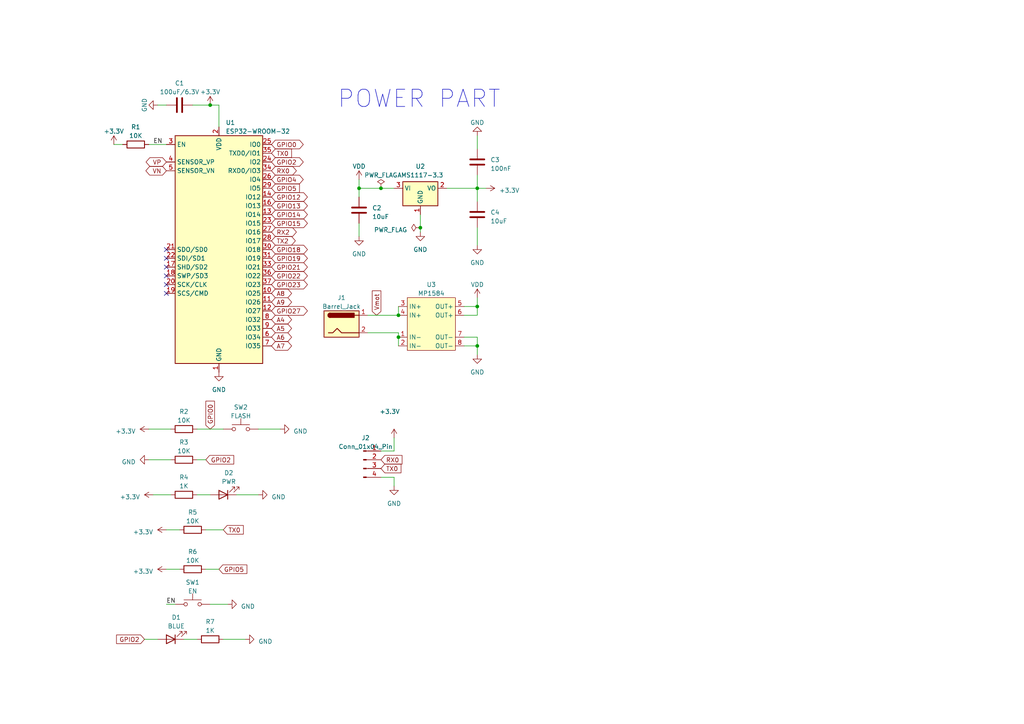
<source format=kicad_sch>
(kicad_sch (version 20230121) (generator eeschema)
  (paper "A4")
  (lib_symbols
    (symbol "Connector:Barrel_Jack" (pin_names (offset 1.016))
      (property "Reference" "J" (at 0 5.334 0))
      (property "Value" "Barrel_Jack" (at 0 -5.08 0))
      (symbol "Barrel_Jack_0_1"
        (rectangle (start -5.08 3.81) (end 5.08 -3.81) (stroke (width 0.254)) (fill (type background)))
        (arc (start -3.302 3.175) (mid -3.9343 2.54) (end -3.302 1.905) (stroke (width 0.254)))
        (arc (start -3.302 3.175) (mid -3.9343 2.54) (end -3.302 1.905) (stroke (width 0.254)) (fill (type outline)))
        (polyline (pts (xy 5.08 2.54) (xy 3.81 2.54)) (stroke (width 0.254)))
        (polyline (pts (xy -3.81 -2.54) (xy -2.54 -2.54) (xy -1.27 -1.27) (xy 0 -2.54) (xy 2.54 -2.54) (xy 5.08 -2.54)) (stroke (width 0.254)))
        (rectangle (start 3.683 3.175) (end -3.302 1.905) (stroke (width 0.254)) (fill (type outline)))
      )
      (symbol "Barrel_Jack_1_1"
        (pin passive line (at 7.62 2.54 180) (length 2.54) (name "~") (number "1"))
        (pin passive line (at 7.62 -2.54 180) (length 2.54) (name "~") (number "2"))
      )
    )
    (symbol "Connector:Conn_01x04_Pin" (pin_names (offset 1.016) hide)
      (property "Reference" "J" (at 0 5.08 0))
      (property "Value" "Conn_01x04_Pin" (at 0 -7.62 0))
      (symbol "Conn_01x04_Pin_1_1"
        (polyline (pts (xy 1.27 -5.08) (xy 0.8636 -5.08)) (stroke (width 0.1524)))
        (polyline (pts (xy 1.27 -2.54) (xy 0.8636 -2.54)) (stroke (width 0.1524)))
        (polyline (pts (xy 1.27 0) (xy 0.8636 0)) (stroke (width 0.1524)))
        (polyline (pts (xy 1.27 2.54) (xy 0.8636 2.54)) (stroke (width 0.1524)))
        (rectangle (start 0.8636 -4.953) (end 0 -5.207) (stroke (width 0.1524)) (fill (type outline)))
        (rectangle (start 0.8636 -2.413) (end 0 -2.667) (stroke (width 0.1524)) (fill (type outline)))
        (rectangle (start 0.8636 0.127) (end 0 -0.127) (stroke (width 0.1524)) (fill (type outline)))
        (rectangle (start 0.8636 2.667) (end 0 2.413) (stroke (width 0.1524)) (fill (type outline)))
        (pin passive line (at 5.08 2.54 180) (length 3.81) (name "Pin_1") (number "1"))
        (pin passive line (at 5.08 0 180) (length 3.81) (name "Pin_2") (number "2"))
        (pin passive line (at 5.08 -2.54 180) (length 3.81) (name "Pin_3") (number "3"))
        (pin passive line (at 5.08 -5.08 180) (length 3.81) (name "Pin_4") (number "4"))
      )
    )
    (symbol "Device:C" (pin_numbers hide) (pin_names (offset 0.254))
      (property "Reference" "C" (at 0.635 2.54 0))
      (property "Value" "C" (at 0.635 -2.54 0))
      (symbol "C_0_1"
        (polyline (pts (xy -2.032 -0.762) (xy 2.032 -0.762)) (stroke (width 0.508)))
        (polyline (pts (xy -2.032 0.762) (xy 2.032 0.762)) (stroke (width 0.508)))
      )
      (symbol "C_1_1"
        (pin passive line (at 0 3.81 270) (length 2.794) (name "~") (number "1"))
        (pin passive line (at 0 -3.81 90) (length 2.794) (name "~") (number "2"))
      )
    )
    (symbol "Device:LED" (pin_numbers hide) (pin_names (offset 1.016) hide)
      (property "Reference" "D" (at 0 2.54 0))
      (property "Value" "LED" (at 0 -2.54 0))
      (symbol "LED_0_1"
        (polyline (pts (xy -1.27 -1.27) (xy -1.27 1.27)) (stroke (width 0.254)))
        (polyline (pts (xy -1.27 0) (xy 1.27 0)))
        (polyline (pts (xy 1.27 -1.27) (xy 1.27 1.27) (xy -1.27 0) (xy 1.27 -1.27)) (stroke (width 0.254)))
        (polyline (pts (xy -3.048 -0.762) (xy -4.572 -2.286) (xy -3.81 -2.286) (xy -4.572 -2.286) (xy -4.572 -1.524)))
        (polyline (pts (xy -1.778 -0.762) (xy -3.302 -2.286) (xy -2.54 -2.286) (xy -3.302 -2.286) (xy -3.302 -1.524)))
      )
      (symbol "LED_1_1"
        (pin passive line (at -3.81 0 0) (length 2.54) (name "K") (number "1"))
        (pin passive line (at 3.81 0 180) (length 2.54) (name "A") (number "2"))
      )
    )
    (symbol "Device:R" (pin_numbers hide) (pin_names (offset 0))
      (property "Reference" "R" (at 2.032 0 90))
      (property "Value" "R" (at 0 0 90))
      (symbol "R_0_1"
        (rectangle (start -1.016 -2.54) (end 1.016 2.54) (stroke (width 0.254)))
      )
      (symbol "R_1_1"
        (pin passive line (at 0 3.81 270) (length 1.27) (name "~") (number "1"))
        (pin passive line (at 0 -3.81 90) (length 1.27) (name "~") (number "2"))
      )
    )
    (symbol "Lib:MP1584"
      (property "Reference" "U" (at 0 2.54 0))
      (property "Value" "MP1584" (at 2.54 5.08 0))
      (symbol "MP1584_1_1"
        (rectangle (start -3.81 1.27) (end 10.16 -13.97) (fill (type background)))
        (pin input line (at -6.35 -10.16 0) (length 2.54) (name "IN-") (number "1"))
        (pin input line (at -6.35 -12.7 0) (length 2.54) (name "IN-") (number "2"))
        (pin input line (at -6.35 -1.27 0) (length 2.54) (name "IN+") (number "3"))
        (pin input line (at -6.35 -3.81 0) (length 2.54) (name "IN+") (number "4"))
        (pin input line (at 12.7 -1.27 180) (length 2.54) (name "OUT+") (number "5"))
        (pin input line (at 12.7 -3.81 180) (length 2.54) (name "OUT+") (number "6"))
        (pin input line (at 12.7 -10.16 180) (length 2.54) (name "OUT-") (number "7"))
        (pin input line (at 12.7 -12.7 180) (length 2.54) (name "OUT-") (number "8"))
      )
    )
    (symbol "RF_Module:ESP32-WROOM-32"
      (property "Reference" "U" (at -12.7 34.29 0))
      (property "Value" "ESP32-WROOM-32" (at 1.27 34.29 0))
      (symbol "ESP32-WROOM-32_0_1"
        (rectangle (start -12.7 33.02) (end 12.7 -33.02) (stroke (width 0.254)) (fill (type background)))
      )
      (symbol "ESP32-WROOM-32_1_1"
        (pin power_in line (at 0 -35.56 90) (length 2.54) (name "GND") (number "1"))
        (pin bidirectional line (at 15.24 -12.7 180) (length 2.54) (name "IO25") (number "10"))
        (pin bidirectional line (at 15.24 -15.24 180) (length 2.54) (name "IO26") (number "11"))
        (pin bidirectional line (at 15.24 -17.78 180) (length 2.54) (name "IO27") (number "12"))
        (pin bidirectional line (at 15.24 10.16 180) (length 2.54) (name "IO14") (number "13"))
        (pin bidirectional line (at 15.24 15.24 180) (length 2.54) (name "IO12") (number "14"))
        (pin passive line (at 0 -35.56 90) (length 2.54) hide (name "GND") (number "15"))
        (pin bidirectional line (at 15.24 12.7 180) (length 2.54) (name "IO13") (number "16"))
        (pin bidirectional line (at -15.24 -5.08 0) (length 2.54) (name "SHD/SD2") (number "17"))
        (pin bidirectional line (at -15.24 -7.62 0) (length 2.54) (name "SWP/SD3") (number "18"))
        (pin bidirectional line (at -15.24 -12.7 0) (length 2.54) (name "SCS/CMD") (number "19"))
        (pin power_in line (at 0 35.56 270) (length 2.54) (name "VDD") (number "2"))
        (pin bidirectional line (at -15.24 -10.16 0) (length 2.54) (name "SCK/CLK") (number "20"))
        (pin bidirectional line (at -15.24 0 0) (length 2.54) (name "SDO/SD0") (number "21"))
        (pin bidirectional line (at -15.24 -2.54 0) (length 2.54) (name "SDI/SD1") (number "22"))
        (pin bidirectional line (at 15.24 7.62 180) (length 2.54) (name "IO15") (number "23"))
        (pin bidirectional line (at 15.24 25.4 180) (length 2.54) (name "IO2") (number "24"))
        (pin bidirectional line (at 15.24 30.48 180) (length 2.54) (name "IO0") (number "25"))
        (pin bidirectional line (at 15.24 20.32 180) (length 2.54) (name "IO4") (number "26"))
        (pin bidirectional line (at 15.24 5.08 180) (length 2.54) (name "IO16") (number "27"))
        (pin bidirectional line (at 15.24 2.54 180) (length 2.54) (name "IO17") (number "28"))
        (pin bidirectional line (at 15.24 17.78 180) (length 2.54) (name "IO5") (number "29"))
        (pin input line (at -15.24 30.48 0) (length 2.54) (name "EN") (number "3"))
        (pin bidirectional line (at 15.24 0 180) (length 2.54) (name "IO18") (number "30"))
        (pin bidirectional line (at 15.24 -2.54 180) (length 2.54) (name "IO19") (number "31"))
        (pin no_connect line (at -12.7 -27.94 0) (length 2.54) hide (name "NC") (number "32"))
        (pin bidirectional line (at 15.24 -5.08 180) (length 2.54) (name "IO21") (number "33"))
        (pin bidirectional line (at 15.24 22.86 180) (length 2.54) (name "RXD0/IO3") (number "34"))
        (pin bidirectional line (at 15.24 27.94 180) (length 2.54) (name "TXD0/IO1") (number "35"))
        (pin bidirectional line (at 15.24 -7.62 180) (length 2.54) (name "IO22") (number "36"))
        (pin bidirectional line (at 15.24 -10.16 180) (length 2.54) (name "IO23") (number "37"))
        (pin passive line (at 0 -35.56 90) (length 2.54) hide (name "GND") (number "38"))
        (pin passive line (at 0 -35.56 90) (length 2.54) hide (name "GND") (number "39"))
        (pin input line (at -15.24 25.4 0) (length 2.54) (name "SENSOR_VP") (number "4"))
        (pin input line (at -15.24 22.86 0) (length 2.54) (name "SENSOR_VN") (number "5"))
        (pin input line (at 15.24 -25.4 180) (length 2.54) (name "IO34") (number "6"))
        (pin input line (at 15.24 -27.94 180) (length 2.54) (name "IO35") (number "7"))
        (pin bidirectional line (at 15.24 -20.32 180) (length 2.54) (name "IO32") (number "8"))
        (pin bidirectional line (at 15.24 -22.86 180) (length 2.54) (name "IO33") (number "9"))
      )
    )
    (symbol "Regulator_Linear:AMS1117-3.3"
      (property "Reference" "U" (at -3.81 3.175 0))
      (property "Value" "AMS1117-3.3" (at 0 3.175 0))
      (symbol "AMS1117-3.3_0_1"
        (rectangle (start -5.08 -5.08) (end 5.08 1.905) (stroke (width 0.254)) (fill (type background)))
      )
      (symbol "AMS1117-3.3_1_1"
        (pin power_in line (at 0 -7.62 90) (length 2.54) (name "GND") (number "1"))
        (pin power_out line (at 7.62 0 180) (length 2.54) (name "VO") (number "2"))
        (pin power_in line (at -7.62 0 0) (length 2.54) (name "VI") (number "3"))
      )
    )
    (symbol "Switch:SW_Push" (pin_numbers hide) (pin_names (offset 1.016) hide)
      (property "Reference" "SW" (at 1.27 2.54 0))
      (property "Value" "SW_Push" (at 0 -1.524 0))
      (symbol "SW_Push_0_1"
        (circle (center -2.032 0) (radius 0.508))
        (polyline (pts (xy 0 1.27) (xy 0 3.048)))
        (polyline (pts (xy 2.54 1.27) (xy -2.54 1.27)))
        (circle (center 2.032 0) (radius 0.508))
        (pin passive line (at -5.08 0 0) (length 2.54) (name "1") (number "1"))
        (pin passive line (at 5.08 0 180) (length 2.54) (name "2") (number "2"))
      )
    )
    (symbol "power:+3.3V" (power) (pin_names (offset 0))
      (property "Value" "+3.3V" (at 0 3.556 0))
      (symbol "+3.3V_0_1"
        (polyline (pts (xy -0.762 1.27) (xy 0 2.54)))
        (polyline (pts (xy 0 0) (xy 0 2.54)))
        (polyline (pts (xy 0 2.54) (xy 0.762 1.27)))
      )
      (symbol "+3.3V_1_1"
        (pin power_in line (at 0 0 90) (length 0) hide (name "+3.3V") (number "1"))
      )
    )
    (symbol "power:GND" (power) (pin_names (offset 0))
      (property "Value" "GND" (at 0 -3.81 0))
      (symbol "GND_0_1"
        (polyline (pts (xy 0 0) (xy 0 -1.27) (xy 1.27 -1.27) (xy 0 -2.54) (xy -1.27 -1.27) (xy 0 -1.27)))
      )
      (symbol "GND_1_1"
        (pin power_in line (at 0 0 270) (length 0) hide (name "GND") (number "1"))
      )
    )
    (symbol "power:PWR_FLAG" (power) (pin_numbers hide) (pin_names (offset 0) hide)
      (property "Value" "PWR_FLAG" (at 0 3.81 0))
      (symbol "PWR_FLAG_0_0"
        (pin power_out line (at 0 0 90) (length 0) (name "pwr") (number "1"))
      )
      (symbol "PWR_FLAG_0_1"
        (polyline (pts (xy 0 0) (xy 0 1.27) (xy -1.016 1.905) (xy 0 2.54) (xy 1.016 1.905) (xy 0 1.27)))
      )
    )
    (symbol "power:VDD" (power) (pin_names (offset 0))
      (property "Value" "VDD" (at 0 3.81 0))
      (symbol "VDD_0_1"
        (polyline (pts (xy -0.762 1.27) (xy 0 2.54)))
        (polyline (pts (xy 0 0) (xy 0 2.54)))
        (polyline (pts (xy 0 2.54) (xy 0.762 1.27)))
      )
      (symbol "VDD_1_1"
        (pin power_in line (at 0 0 90) (length 0) hide (name "VDD") (number "1"))
      )
    )
  )
  (junction (at 60.96 30.48))
  (junction (at 138.43 88.9))
  (junction (at 104.14 54.61))
  (junction (at 115.57 91.44))
  (junction (at 115.57 97.79))
  (junction (at 110.49 54.61))
  (junction (at 121.92 66.04))
  (junction (at 138.43 54.61))
  (junction (at 138.43 100.33))
  (no_connect (at 48.26 85.09))
  (no_connect (at 48.26 80.01))
  (no_connect (at 48.26 82.55))
  (no_connect (at 48.26 74.93))
  (no_connect (at 48.26 72.39))
  (no_connect (at 48.26 77.47))
  (wire (pts (xy 57.15 143.51) (xy 60.96 143.51)))
  (wire (pts (xy 129.54 54.61) (xy 138.43 54.61)))
  (wire (pts (xy 121.92 66.04) (xy 121.92 67.31)))
  (wire (pts (xy 41.91 185.42) (xy 45.72 185.42)))
  (wire (pts (xy 104.14 64.77) (xy 104.14 68.58)))
  (wire (pts (xy 43.18 133.35) (xy 49.53 133.35)))
  (wire (pts (xy 43.18 41.91) (xy 48.26 41.91)))
  (wire (pts (xy 59.69 165.1) (xy 63.5 165.1)))
  (wire (pts (xy 63.5 30.48) (xy 60.96 30.48)))
  (wire (pts (xy 53.34 185.42) (xy 57.15 185.42)))
  (wire (pts (xy 45.72 30.48) (xy 48.26 30.48)))
  (wire (pts (xy 104.14 54.61) (xy 110.49 54.61)))
  (wire (pts (xy 43.18 124.46) (xy 49.53 124.46)))
  (wire (pts (xy 59.69 153.67) (xy 64.77 153.67)))
  (wire (pts (xy 138.43 66.04) (xy 138.43 71.12)))
  (wire (pts (xy 114.3 140.97) (xy 114.3 138.43)))
  (wire (pts (xy 138.43 88.9) (xy 138.43 86.36)))
  (wire (pts (xy 57.15 124.46) (xy 64.77 124.46)))
  (wire (pts (xy 115.57 91.44) (xy 115.57 88.9)))
  (wire (pts (xy 64.77 185.42) (xy 71.12 185.42)))
  (wire (pts (xy 121.92 62.23) (xy 121.92 66.04)))
  (wire (pts (xy 48.26 165.1) (xy 52.07 165.1)))
  (wire (pts (xy 115.57 97.79) (xy 115.57 100.33)))
  (wire (pts (xy 138.43 97.79) (xy 134.62 97.79)))
  (wire (pts (xy 138.43 102.87) (xy 138.43 100.33)))
  (wire (pts (xy 114.3 127) (xy 114.3 130.81)))
  (wire (pts (xy 134.62 100.33) (xy 138.43 100.33)))
  (wire (pts (xy 63.5 30.48) (xy 63.5 36.83)))
  (wire (pts (xy 110.49 54.61) (xy 114.3 54.61)))
  (wire (pts (xy 138.43 100.33) (xy 138.43 97.79)))
  (wire (pts (xy 114.3 138.43) (xy 110.49 138.43)))
  (wire (pts (xy 138.43 39.37) (xy 138.43 43.18)))
  (wire (pts (xy 68.58 143.51) (xy 74.93 143.51)))
  (wire (pts (xy 115.57 96.52) (xy 115.57 97.79)))
  (wire (pts (xy 138.43 54.61) (xy 138.43 58.42)))
  (wire (pts (xy 138.43 91.44) (xy 138.43 88.9)))
  (wire (pts (xy 104.14 54.61) (xy 104.14 57.15)))
  (wire (pts (xy 60.96 175.26) (xy 66.04 175.26)))
  (wire (pts (xy 104.14 52.07) (xy 104.14 54.61)))
  (wire (pts (xy 48.26 175.26) (xy 50.8 175.26)))
  (wire (pts (xy 106.68 96.52) (xy 115.57 96.52)))
  (wire (pts (xy 134.62 91.44) (xy 138.43 91.44)))
  (wire (pts (xy 33.02 41.91) (xy 35.56 41.91)))
  (wire (pts (xy 74.93 124.46) (xy 81.28 124.46)))
  (wire (pts (xy 106.68 91.44) (xy 115.57 91.44)))
  (wire (pts (xy 138.43 50.8) (xy 138.43 54.61)))
  (wire (pts (xy 114.3 130.81) (xy 110.49 130.81)))
  (wire (pts (xy 48.26 153.67) (xy 52.07 153.67)))
  (wire (pts (xy 138.43 54.61) (xy 140.97 54.61)))
  (wire (pts (xy 57.15 133.35) (xy 59.69 133.35)))
  (wire (pts (xy 134.62 88.9) (xy 138.43 88.9)))
  (wire (pts (xy 44.45 143.51) (xy 49.53 143.51)))
  (wire (pts (xy 60.96 30.48) (xy 55.88 30.48)))
  (text "POWER PART" (at 97.79 31.75 0) (effects (font (size 5 5)) (justify left bottom)))
  (label "EN" (at 44.45 41.91 0))
  (label "EN" (at 48.26 175.26 0))
  (global_label "GPIO14" (shape bidirectional) (at 78.74 62.23 0) (property "Intersheetrefs" "${INTERSHEET_REFS}" (effects hide)))
  (global_label "RX0" (shape bidirectional) (at 78.74 49.53 0) (property "Intersheetrefs" "${INTERSHEET_REFS}" (effects hide)))
  (global_label "TX0" (shape input) (at 110.49 135.89 0) (property "Intersheetrefs" "${INTERSHEET_REFS}" (effects hide)))
  (global_label "GPIO12" (shape bidirectional) (at 78.74 57.15 0) (property "Intersheetrefs" "${INTERSHEET_REFS}" (effects hide)))
  (global_label "GPIO0" (shape input) (at 60.96 124.46 90) (property "Intersheetrefs" "${INTERSHEET_REFS}" (effects hide)))
  (global_label "GPIO22" (shape bidirectional) (at 78.74 80.01 0) (property "Intersheetrefs" "${INTERSHEET_REFS}" (effects hide)))
  (global_label "GPIO2" (shape input) (at 41.91 185.42 180) (property "Intersheetrefs" "${INTERSHEET_REFS}" (effects hide)))
  (global_label "GPIO15" (shape bidirectional) (at 78.74 64.77 0) (property "Intersheetrefs" "${INTERSHEET_REFS}" (effects hide)))
  (global_label "GPIO27" (shape bidirectional) (at 78.74 90.17 0) (property "Intersheetrefs" "${INTERSHEET_REFS}" (effects hide)))
  (global_label "GPIO4" (shape bidirectional) (at 78.74 52.07 0) (property "Intersheetrefs" "${INTERSHEET_REFS}" (effects hide)))
  (global_label "TX0" (shape input) (at 64.77 153.67 0) (property "Intersheetrefs" "${INTERSHEET_REFS}" (effects hide)))
  (global_label "Vmot" (shape input) (at 109.22 91.44 90) (property "Intersheetrefs" "${INTERSHEET_REFS}" (effects hide)))
  (global_label "TX2" (shape bidirectional) (at 78.74 69.85 0) (property "Intersheetrefs" "${INTERSHEET_REFS}" (effects hide)))
  (global_label "GPIO5" (shape input) (at 63.5 165.1 0) (property "Intersheetrefs" "${INTERSHEET_REFS}" (effects hide)))
  (global_label "GPIO0" (shape bidirectional) (at 78.74 41.91 0) (property "Intersheetrefs" "${INTERSHEET_REFS}" (effects hide)))
  (global_label "A8" (shape bidirectional) (at 78.74 85.09 0) (property "Intersheetrefs" "${INTERSHEET_REFS}" (effects hide)))
  (global_label "VN" (shape bidirectional) (at 48.26 49.53 180) (property "Intersheetrefs" "${INTERSHEET_REFS}" (effects hide)))
  (global_label "A9" (shape bidirectional) (at 78.74 87.63 0) (property "Intersheetrefs" "${INTERSHEET_REFS}" (effects hide)))
  (global_label "GPIO21" (shape bidirectional) (at 78.74 77.47 0) (property "Intersheetrefs" "${INTERSHEET_REFS}" (effects hide)))
  (global_label "GPIO5" (shape input) (at 78.74 54.61 0) (property "Intersheetrefs" "${INTERSHEET_REFS}" (effects hide)))
  (global_label "A6" (shape bidirectional) (at 78.74 97.79 0) (property "Intersheetrefs" "${INTERSHEET_REFS}" (effects hide)))
  (global_label "RX2" (shape bidirectional) (at 78.74 67.31 0) (property "Intersheetrefs" "${INTERSHEET_REFS}" (effects hide)))
  (global_label "TX0" (shape input) (at 78.74 44.45 0) (property "Intersheetrefs" "${INTERSHEET_REFS}" (effects hide)))
  (global_label "GPIO2" (shape bidirectional) (at 78.74 46.99 0) (property "Intersheetrefs" "${INTERSHEET_REFS}" (effects hide)))
  (global_label "A4" (shape bidirectional) (at 78.74 92.71 0) (property "Intersheetrefs" "${INTERSHEET_REFS}" (effects hide)))
  (global_label "RX0" (shape input) (at 110.49 133.35 0) (property "Intersheetrefs" "${INTERSHEET_REFS}" (effects hide)))
  (global_label "GPIO18" (shape bidirectional) (at 78.74 72.39 0) (property "Intersheetrefs" "${INTERSHEET_REFS}" (effects hide)))
  (global_label "GPIO23" (shape bidirectional) (at 78.74 82.55 0) (property "Intersheetrefs" "${INTERSHEET_REFS}" (effects hide)))
  (global_label "GPIO2" (shape input) (at 59.69 133.35 0) (property "Intersheetrefs" "${INTERSHEET_REFS}" (effects hide)))
  (global_label "GPIO19" (shape bidirectional) (at 78.74 74.93 0) (property "Intersheetrefs" "${INTERSHEET_REFS}" (effects hide)))
  (global_label "VP" (shape bidirectional) (at 48.26 46.99 180) (property "Intersheetrefs" "${INTERSHEET_REFS}" (effects hide)))
  (global_label "GPIO13" (shape bidirectional) (at 78.74 59.69 0) (property "Intersheetrefs" "${INTERSHEET_REFS}" (effects hide)))
  (global_label "A5" (shape bidirectional) (at 78.74 95.25 0) (property "Intersheetrefs" "${INTERSHEET_REFS}" (effects hide)))
  (global_label "A7" (shape bidirectional) (at 78.74 100.33 0) (property "Intersheetrefs" "${INTERSHEET_REFS}" (effects hide)))
  (symbol (lib_id "RF_Module:ESP32-WROOM-32") (at 63.5 72.39 0) (unit 1)
    (property "Reference" "U1" (at 65.4559 35.56 0) (effects (justify left)))
    (property "Value" "ESP32-WROOM-32" (at 65.4559 38.1 0) (effects (justify left)))
    (property "Footprint" "RF_Module:ESP32-WROOM-32" (effects hide))
    (property "Datasheet" "https://www.espressif.com/sites/default/files/documentation/esp32-wroom-32_datasheet_en.pdf" (effects hide))
  )
  (symbol (lib_id "power:GND") (at 138.43 71.12 0) (unit 1)
    (property "Reference" "#PWR020" (effects hide))
    (property "Value" "GND" (at 138.43 76.2 0))
  )
  (symbol (lib_id "Device:R") (at 39.37 41.91 90) (unit 1)
    (property "Reference" "R1" (at 39.37 36.83 90))
    (property "Value" "10K" (at 39.37 39.37 90))
    (property "Footprint" "Resistor_SMD:R_0805_2012Metric_Pad1.20x1.40mm_HandSolder" (effects hide))
  )
  (symbol (lib_id "power:+3.3V") (at 44.45 143.51 90) (unit 1)
    (property "Reference" "#PWR04" (effects hide))
    (property "Value" "+3.3V" (at 40.64 144.145 90) (effects (justify left)))
  )
  (symbol (lib_id "Device:LED") (at 64.77 143.51 180) (unit 1)
    (property "Reference" "D2" (at 66.3575 137.16 0))
    (property "Value" "PWR" (at 66.3575 139.7 0))
    (property "Footprint" "LED_SMD:LED_0805_2012Metric_Pad1.15x1.40mm_HandSolder" (effects hide))
  )
  (symbol (lib_id "power:GND") (at 81.28 124.46 90) (unit 1)
    (property "Reference" "#PWR013" (effects hide))
    (property "Value" "GND" (at 85.09 125.095 90) (effects (justify right)))
  )
  (symbol (lib_id "power:GND") (at 138.43 39.37 180) (unit 1)
    (property "Reference" "#PWR019" (effects hide))
    (property "Value" "GND" (at 138.43 35.56 0))
  )
  (symbol (lib_id "Device:R") (at 55.88 165.1 90) (unit 1)
    (property "Reference" "R6" (at 55.88 160.02 90))
    (property "Value" "10K" (at 55.88 162.56 90))
    (property "Footprint" "Resistor_SMD:R_0805_2012Metric_Pad1.20x1.40mm_HandSolder" (effects hide))
  )
  (symbol (lib_id "power:+3.3V") (at 48.26 165.1 90) (unit 1)
    (property "Reference" "#PWR07" (effects hide))
    (property "Value" "+3.3V" (at 44.45 165.735 90) (effects (justify left)))
  )
  (symbol (lib_id "Switch:SW_Push") (at 69.85 124.46 0) (unit 1)
    (property "Reference" "SW2" (at 69.85 118.11 0))
    (property "Value" "FLASH" (at 69.85 120.65 0))
    (property "Footprint" "Button_Switch_SMD:SW_DIP_SPSTx01_Slide_Copal_CHS-01B_W7.62mm_P1.27mm" (effects hide))
  )
  (symbol (lib_id "power:GND") (at 114.3 140.97 0) (unit 1)
    (property "Reference" "#PWR017" (effects hide))
    (property "Value" "GND" (at 114.3 146.05 0))
  )
  (symbol (lib_id "power:GND") (at 71.12 185.42 90) (unit 1)
    (property "Reference" "#PWR011" (effects hide))
    (property "Value" "GND" (at 74.93 186.055 90) (effects (justify right)))
  )
  (symbol (lib_id "power:+3.3V") (at 114.3 127 0) (unit 1)
    (property "Reference" "#PWR016" (effects hide))
    (property "Value" "+3.3V" (at 113.03 119.38 0))
  )
  (symbol (lib_id "power:GND") (at 121.92 67.31 0) (unit 1)
    (property "Reference" "#PWR018" (effects hide))
    (property "Value" "GND" (at 121.92 72.39 0))
  )
  (symbol (lib_id "power:GND") (at 63.5 107.95 0) (unit 1)
    (property "Reference" "#PWR09" (effects hide))
    (property "Value" "GND" (at 63.5 113.03 0))
  )
  (symbol (lib_id "power:PWR_FLAG") (at 110.49 54.61 0) (unit 1)
    (property "Reference" "#FLG01" (effects hide))
    (property "Value" "PWR_FLAG" (at 110.49 50.8 0))
  )
  (symbol (lib_id "Device:C") (at 104.14 60.96 0) (unit 1)
    (property "Reference" "C2" (at 107.95 60.325 0) (effects (justify left)))
    (property "Value" "10uF" (at 107.95 62.865 0) (effects (justify left)))
    (property "Footprint" "Capacitor_SMD:C_0805_2012Metric_Pad1.18x1.45mm_HandSolder" (effects hide))
  )
  (symbol (lib_id "power:GND") (at 45.72 30.48 270) (unit 1)
    (property "Reference" "#PWR05" (effects hide))
    (property "Value" "GND" (at 41.91 30.48 0))
  )
  (symbol (lib_id "power:GND") (at 138.43 102.87 0) (unit 1)
    (property "Reference" "#PWR022" (effects hide))
    (property "Value" "GND" (at 138.43 107.95 0))
  )
  (symbol (lib_id "power:GND") (at 43.18 133.35 270) (unit 1)
    (property "Reference" "#PWR03" (effects hide))
    (property "Value" "GND" (at 39.37 133.985 90) (effects (justify right)))
  )
  (symbol (lib_id "Device:C") (at 138.43 46.99 0) (unit 1)
    (property "Reference" "C3" (at 142.24 46.355 0) (effects (justify left)))
    (property "Value" "100nF" (at 142.24 48.895 0) (effects (justify left)))
    (property "Footprint" "Capacitor_SMD:C_0805_2012Metric_Pad1.18x1.45mm_HandSolder" (effects hide))
  )
  (symbol (lib_id "power:+3.3V") (at 43.18 124.46 90) (unit 1)
    (property "Reference" "#PWR02" (effects hide))
    (property "Value" "+3.3V" (at 39.37 125.095 90) (effects (justify left)))
  )
  (symbol (lib_id "Connector:Barrel_Jack") (at 99.06 93.98 0) (unit 1)
    (property "Reference" "J1" (at 99.06 86.36 0))
    (property "Value" "Barrel_Jack" (at 99.06 88.9 0))
    (property "Footprint" "Connector_BarrelJack:BarrelJack_GCT_DCJ200-10-A_Horizontal" (effects hide))
  )
  (symbol (lib_id "power:PWR_FLAG") (at 121.92 66.04 90) (unit 1)
    (property "Reference" "#FLG02" (effects hide))
    (property "Value" "PWR_FLAG" (at 118.11 66.675 90) (effects (justify left)))
  )
  (symbol (lib_id "Connector:Conn_01x04_Pin") (at 105.41 133.35 0) (unit 1)
    (property "Reference" "J2" (at 106.045 127 0))
    (property "Value" "Conn_01x04_Pin" (at 106.045 129.54 0))
    (property "Footprint" "Connector_PinHeader_2.54mm:PinHeader_1x04_P2.54mm_Vertical" (effects hide))
  )
  (symbol (lib_id "Device:R") (at 53.34 124.46 90) (unit 1)
    (property "Reference" "R2" (at 53.34 119.38 90))
    (property "Value" "10K" (at 53.34 121.92 90))
    (property "Footprint" "Resistor_SMD:R_0805_2012Metric_Pad1.20x1.40mm_HandSolder" (effects hide))
  )
  (symbol (lib_id "power:+3.3V") (at 33.02 41.91 0) (unit 1)
    (property "Reference" "#PWR01" (effects hide))
    (property "Value" "+3.3V" (at 33.02 38.1 0))
  )
  (symbol (lib_id "Device:R") (at 60.96 185.42 90) (unit 1)
    (property "Reference" "R7" (at 60.96 180.34 90))
    (property "Value" "1K" (at 60.96 182.88 90))
    (property "Footprint" "Resistor_SMD:R_0805_2012Metric_Pad1.20x1.40mm_HandSolder" (effects hide))
  )
  (symbol (lib_id "Device:R") (at 55.88 153.67 90) (unit 1)
    (property "Reference" "R5" (at 55.88 148.59 90))
    (property "Value" "10K" (at 55.88 151.13 90))
    (property "Footprint" "Resistor_SMD:R_0805_2012Metric_Pad1.20x1.40mm_HandSolder" (effects hide))
  )
  (symbol (lib_id "power:VDD") (at 104.14 52.07 0) (unit 1)
    (property "Reference" "#PWR014" (effects hide))
    (property "Value" "VDD" (at 104.14 48.26 0))
  )
  (symbol (lib_id "Device:C") (at 52.07 30.48 270) (unit 1)
    (property "Reference" "C1" (at 52.07 24.13 90))
    (property "Value" "100uF/6.3V" (at 52.07 26.67 90))
    (property "Footprint" "Capacitor_SMD:C_0805_2012Metric_Pad1.18x1.45mm_HandSolder" (effects hide))
  )
  (symbol (lib_id "Device:R") (at 53.34 133.35 90) (unit 1)
    (property "Reference" "R3" (at 53.34 128.27 90))
    (property "Value" "10K" (at 53.34 130.81 90))
    (property "Footprint" "Resistor_SMD:R_0805_2012Metric_Pad1.20x1.40mm_HandSolder" (effects hide))
  )
  (symbol (lib_id "Lib:MP1584") (at 121.92 87.63 0) (unit 1)
    (property "Reference" "U3" (at 125.095 82.55 0))
    (property "Value" "MP1584" (at 125.095 85.09 0))
    (property "Footprint" "Library:U1584" (effects hide))
  )
  (symbol (lib_id "Device:C") (at 138.43 62.23 0) (unit 1)
    (property "Reference" "C4" (at 142.24 61.595 0) (effects (justify left)))
    (property "Value" "10uF" (at 142.24 64.135 0) (effects (justify left)))
    (property "Footprint" "Capacitor_SMD:C_0805_2012Metric_Pad1.18x1.45mm_HandSolder" (effects hide))
  )
  (symbol (lib_id "power:GND") (at 104.14 68.58 0) (unit 1)
    (property "Reference" "#PWR015" (effects hide))
    (property "Value" "GND" (at 104.14 73.66 0))
  )
  (symbol (lib_id "power:+3.3V") (at 60.96 30.48 0) (unit 1)
    (property "Reference" "#PWR08" (effects hide))
    (property "Value" "+3.3V" (at 60.96 26.67 0))
  )
  (symbol (lib_id "power:GND") (at 66.04 175.26 90) (unit 1)
    (property "Reference" "#PWR010" (effects hide))
    (property "Value" "GND" (at 69.85 175.895 90) (effects (justify right)))
  )
  (symbol (lib_id "power:GND") (at 74.93 143.51 90) (unit 1)
    (property "Reference" "#PWR012" (effects hide))
    (property "Value" "GND" (at 78.74 144.145 90) (effects (justify right)))
  )
  (symbol (lib_id "power:+3.3V") (at 48.26 153.67 90) (unit 1)
    (property "Reference" "#PWR06" (effects hide))
    (property "Value" "+3.3V" (at 44.45 154.305 90) (effects (justify left)))
  )
  (symbol (lib_id "Device:LED") (at 49.53 185.42 180) (unit 1)
    (property "Reference" "D1" (at 51.1175 179.07 0))
    (property "Value" "BLUE" (at 51.1175 181.61 0))
    (property "Footprint" "LED_SMD:LED_0805_2012Metric_Pad1.15x1.40mm_HandSolder" (effects hide))
  )
  (symbol (lib_id "power:+3.3V") (at 140.97 54.61 270) (unit 1)
    (property "Reference" "#PWR023" (effects hide))
    (property "Value" "+3.3V" (at 144.78 55.245 90) (effects (justify left)))
  )
  (symbol (lib_id "Switch:SW_Push") (at 55.88 175.26 0) (unit 1)
    (property "Reference" "SW1" (at 55.88 168.91 0))
    (property "Value" "EN" (at 55.88 171.45 0))
    (property "Footprint" "Button_Switch_SMD:SW_DIP_SPSTx01_Slide_Copal_CHS-01B_W7.62mm_P1.27mm" (effects hide))
  )
  (symbol (lib_id "Device:R") (at 53.34 143.51 90) (unit 1)
    (property "Reference" "R4" (at 53.34 138.43 90))
    (property "Value" "1K" (at 53.34 140.97 90))
    (property "Footprint" "Resistor_SMD:R_0805_2012Metric_Pad1.20x1.40mm_HandSolder" (effects hide))
  )
  (symbol (lib_id "power:VDD") (at 138.43 86.36 0) (unit 1)
    (property "Reference" "#PWR021" (effects hide))
    (property "Value" "VDD" (at 138.43 82.55 0))
  )
  (symbol (lib_id "Regulator_Linear:AMS1117-3.3") (at 121.92 54.61 0) (unit 1)
    (property "Reference" "U2" (at 121.92 48.26 0))
    (property "Value" "AMS1117-3.3" (at 121.92 50.8 0))
    (property "Footprint" "Package_TO_SOT_SMD:SOT-223-3_TabPin2" (effects hide))
    (property "Datasheet" "http://www.advanced-monolithic.com/pdf/ds1117.pdf" (effects hide))
  )
)
</source>
